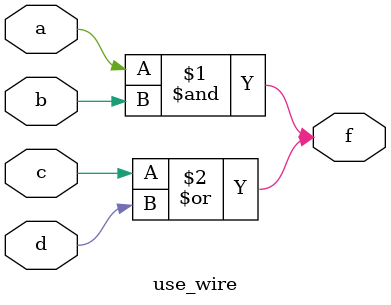
<source format=v>

module use_wire (f, a,b,c,d,);
input a,b,c,d;
output f;
wand f;    //net f is as wire.

assign f=a&b;
assign f=c|d;
endmodule

</source>
